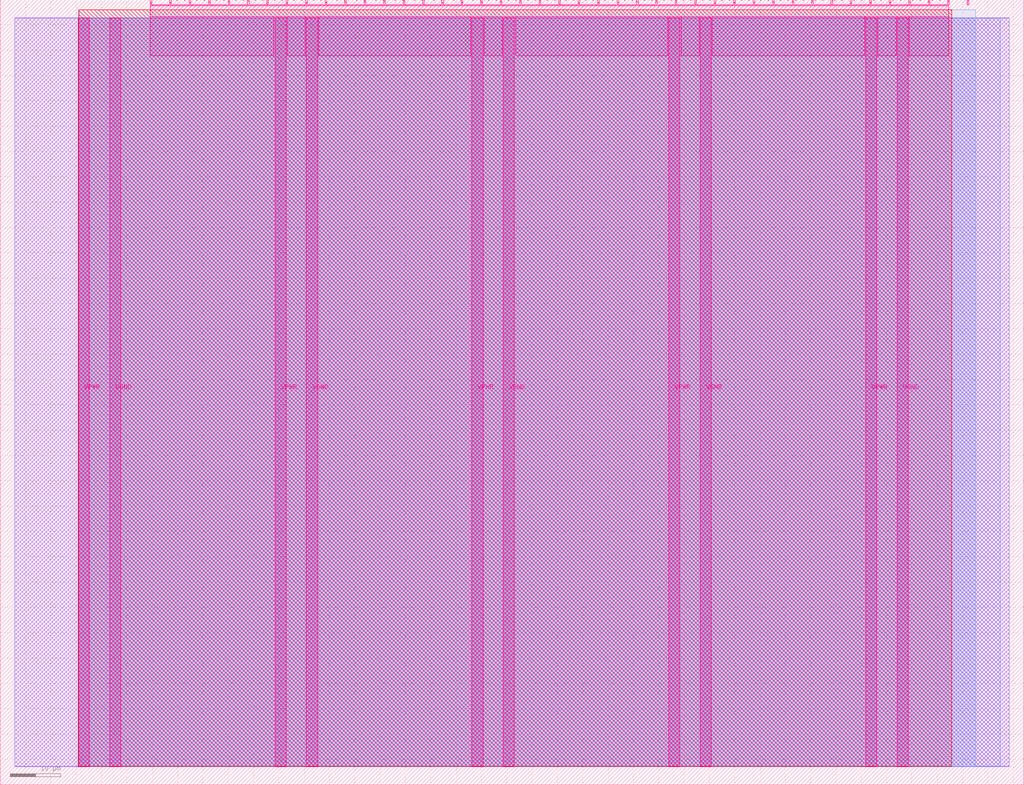
<source format=lef>
VERSION 5.7 ;
  NOWIREEXTENSIONATPIN ON ;
  DIVIDERCHAR "/" ;
  BUSBITCHARS "[]" ;
MACRO tt_um_zedulo_spitest1
  CLASS BLOCK ;
  FOREIGN tt_um_zedulo_spitest1 ;
  ORIGIN 0.000 0.000 ;
  SIZE 202.080 BY 154.980 ;
  PIN VGND
    DIRECTION INOUT ;
    USE GROUND ;
    PORT
      LAYER Metal5 ;
        RECT 21.580 3.560 23.780 151.420 ;
    END
    PORT
      LAYER Metal5 ;
        RECT 60.450 3.560 62.650 151.420 ;
    END
    PORT
      LAYER Metal5 ;
        RECT 99.320 3.560 101.520 151.420 ;
    END
    PORT
      LAYER Metal5 ;
        RECT 138.190 3.560 140.390 151.420 ;
    END
    PORT
      LAYER Metal5 ;
        RECT 177.060 3.560 179.260 151.420 ;
    END
  END VGND
  PIN VPWR
    DIRECTION INOUT ;
    USE POWER ;
    PORT
      LAYER Metal5 ;
        RECT 15.380 3.560 17.580 151.420 ;
    END
    PORT
      LAYER Metal5 ;
        RECT 54.250 3.560 56.450 151.420 ;
    END
    PORT
      LAYER Metal5 ;
        RECT 93.120 3.560 95.320 151.420 ;
    END
    PORT
      LAYER Metal5 ;
        RECT 131.990 3.560 134.190 151.420 ;
    END
    PORT
      LAYER Metal5 ;
        RECT 170.860 3.560 173.060 151.420 ;
    END
  END VPWR
  PIN clk
    DIRECTION INPUT ;
    USE SIGNAL ;
    ANTENNAGATEAREA 6.966700 ;
    PORT
      LAYER Metal5 ;
        RECT 187.050 153.980 187.350 154.980 ;
    END
  END clk
  PIN ena
    DIRECTION INPUT ;
    USE SIGNAL ;
    PORT
      LAYER Metal5 ;
        RECT 190.890 153.980 191.190 154.980 ;
    END
  END ena
  PIN rst_n
    DIRECTION INPUT ;
    USE SIGNAL ;
    ANTENNAGATEAREA 0.426400 ;
    PORT
      LAYER Metal5 ;
        RECT 183.210 153.980 183.510 154.980 ;
    END
  END rst_n
  PIN ui_in[0]
    DIRECTION INPUT ;
    USE SIGNAL ;
    ANTENNAGATEAREA 0.180700 ;
    PORT
      LAYER Metal5 ;
        RECT 179.370 153.980 179.670 154.980 ;
    END
  END ui_in[0]
  PIN ui_in[1]
    DIRECTION INPUT ;
    USE SIGNAL ;
    ANTENNAGATEAREA 0.180700 ;
    PORT
      LAYER Metal5 ;
        RECT 175.530 153.980 175.830 154.980 ;
    END
  END ui_in[1]
  PIN ui_in[2]
    DIRECTION INPUT ;
    USE SIGNAL ;
    ANTENNAGATEAREA 0.180700 ;
    PORT
      LAYER Metal5 ;
        RECT 171.690 153.980 171.990 154.980 ;
    END
  END ui_in[2]
  PIN ui_in[3]
    DIRECTION INPUT ;
    USE SIGNAL ;
    PORT
      LAYER Metal5 ;
        RECT 167.850 153.980 168.150 154.980 ;
    END
  END ui_in[3]
  PIN ui_in[4]
    DIRECTION INPUT ;
    USE SIGNAL ;
    PORT
      LAYER Metal5 ;
        RECT 164.010 153.980 164.310 154.980 ;
    END
  END ui_in[4]
  PIN ui_in[5]
    DIRECTION INPUT ;
    USE SIGNAL ;
    PORT
      LAYER Metal5 ;
        RECT 160.170 153.980 160.470 154.980 ;
    END
  END ui_in[5]
  PIN ui_in[6]
    DIRECTION INPUT ;
    USE SIGNAL ;
    PORT
      LAYER Metal5 ;
        RECT 156.330 153.980 156.630 154.980 ;
    END
  END ui_in[6]
  PIN ui_in[7]
    DIRECTION INPUT ;
    USE SIGNAL ;
    PORT
      LAYER Metal5 ;
        RECT 152.490 153.980 152.790 154.980 ;
    END
  END ui_in[7]
  PIN uio_in[0]
    DIRECTION INPUT ;
    USE SIGNAL ;
    PORT
      LAYER Metal5 ;
        RECT 148.650 153.980 148.950 154.980 ;
    END
  END uio_in[0]
  PIN uio_in[1]
    DIRECTION INPUT ;
    USE SIGNAL ;
    PORT
      LAYER Metal5 ;
        RECT 144.810 153.980 145.110 154.980 ;
    END
  END uio_in[1]
  PIN uio_in[2]
    DIRECTION INPUT ;
    USE SIGNAL ;
    PORT
      LAYER Metal5 ;
        RECT 140.970 153.980 141.270 154.980 ;
    END
  END uio_in[2]
  PIN uio_in[3]
    DIRECTION INPUT ;
    USE SIGNAL ;
    PORT
      LAYER Metal5 ;
        RECT 137.130 153.980 137.430 154.980 ;
    END
  END uio_in[3]
  PIN uio_in[4]
    DIRECTION INPUT ;
    USE SIGNAL ;
    PORT
      LAYER Metal5 ;
        RECT 133.290 153.980 133.590 154.980 ;
    END
  END uio_in[4]
  PIN uio_in[5]
    DIRECTION INPUT ;
    USE SIGNAL ;
    PORT
      LAYER Metal5 ;
        RECT 129.450 153.980 129.750 154.980 ;
    END
  END uio_in[5]
  PIN uio_in[6]
    DIRECTION INPUT ;
    USE SIGNAL ;
    PORT
      LAYER Metal5 ;
        RECT 125.610 153.980 125.910 154.980 ;
    END
  END uio_in[6]
  PIN uio_in[7]
    DIRECTION INPUT ;
    USE SIGNAL ;
    PORT
      LAYER Metal5 ;
        RECT 121.770 153.980 122.070 154.980 ;
    END
  END uio_in[7]
  PIN uio_oe[0]
    DIRECTION OUTPUT ;
    USE SIGNAL ;
    ANTENNADIFFAREA 0.299200 ;
    PORT
      LAYER Metal5 ;
        RECT 56.490 153.980 56.790 154.980 ;
    END
  END uio_oe[0]
  PIN uio_oe[1]
    DIRECTION OUTPUT ;
    USE SIGNAL ;
    ANTENNADIFFAREA 0.299200 ;
    PORT
      LAYER Metal5 ;
        RECT 52.650 153.980 52.950 154.980 ;
    END
  END uio_oe[1]
  PIN uio_oe[2]
    DIRECTION OUTPUT ;
    USE SIGNAL ;
    ANTENNADIFFAREA 0.299200 ;
    PORT
      LAYER Metal5 ;
        RECT 48.810 153.980 49.110 154.980 ;
    END
  END uio_oe[2]
  PIN uio_oe[3]
    DIRECTION OUTPUT ;
    USE SIGNAL ;
    ANTENNADIFFAREA 0.299200 ;
    PORT
      LAYER Metal5 ;
        RECT 44.970 153.980 45.270 154.980 ;
    END
  END uio_oe[3]
  PIN uio_oe[4]
    DIRECTION OUTPUT ;
    USE SIGNAL ;
    ANTENNADIFFAREA 0.299200 ;
    PORT
      LAYER Metal5 ;
        RECT 41.130 153.980 41.430 154.980 ;
    END
  END uio_oe[4]
  PIN uio_oe[5]
    DIRECTION OUTPUT ;
    USE SIGNAL ;
    ANTENNADIFFAREA 0.299200 ;
    PORT
      LAYER Metal5 ;
        RECT 37.290 153.980 37.590 154.980 ;
    END
  END uio_oe[5]
  PIN uio_oe[6]
    DIRECTION OUTPUT ;
    USE SIGNAL ;
    ANTENNADIFFAREA 0.299200 ;
    PORT
      LAYER Metal5 ;
        RECT 33.450 153.980 33.750 154.980 ;
    END
  END uio_oe[6]
  PIN uio_oe[7]
    DIRECTION OUTPUT ;
    USE SIGNAL ;
    ANTENNADIFFAREA 0.299200 ;
    PORT
      LAYER Metal5 ;
        RECT 29.610 153.980 29.910 154.980 ;
    END
  END uio_oe[7]
  PIN uio_out[0]
    DIRECTION OUTPUT ;
    USE SIGNAL ;
    ANTENNADIFFAREA 0.299200 ;
    PORT
      LAYER Metal5 ;
        RECT 87.210 153.980 87.510 154.980 ;
    END
  END uio_out[0]
  PIN uio_out[1]
    DIRECTION OUTPUT ;
    USE SIGNAL ;
    ANTENNADIFFAREA 0.299200 ;
    PORT
      LAYER Metal5 ;
        RECT 83.370 153.980 83.670 154.980 ;
    END
  END uio_out[1]
  PIN uio_out[2]
    DIRECTION OUTPUT ;
    USE SIGNAL ;
    ANTENNADIFFAREA 0.299200 ;
    PORT
      LAYER Metal5 ;
        RECT 79.530 153.980 79.830 154.980 ;
    END
  END uio_out[2]
  PIN uio_out[3]
    DIRECTION OUTPUT ;
    USE SIGNAL ;
    ANTENNADIFFAREA 0.299200 ;
    PORT
      LAYER Metal5 ;
        RECT 75.690 153.980 75.990 154.980 ;
    END
  END uio_out[3]
  PIN uio_out[4]
    DIRECTION OUTPUT ;
    USE SIGNAL ;
    ANTENNADIFFAREA 0.299200 ;
    PORT
      LAYER Metal5 ;
        RECT 71.850 153.980 72.150 154.980 ;
    END
  END uio_out[4]
  PIN uio_out[5]
    DIRECTION OUTPUT ;
    USE SIGNAL ;
    ANTENNADIFFAREA 0.299200 ;
    PORT
      LAYER Metal5 ;
        RECT 68.010 153.980 68.310 154.980 ;
    END
  END uio_out[5]
  PIN uio_out[6]
    DIRECTION OUTPUT ;
    USE SIGNAL ;
    ANTENNADIFFAREA 0.299200 ;
    PORT
      LAYER Metal5 ;
        RECT 64.170 153.980 64.470 154.980 ;
    END
  END uio_out[6]
  PIN uio_out[7]
    DIRECTION OUTPUT ;
    USE SIGNAL ;
    ANTENNADIFFAREA 0.299200 ;
    PORT
      LAYER Metal5 ;
        RECT 60.330 153.980 60.630 154.980 ;
    END
  END uio_out[7]
  PIN uo_out[0]
    DIRECTION OUTPUT ;
    USE SIGNAL ;
    ANTENNADIFFAREA 0.654800 ;
    PORT
      LAYER Metal5 ;
        RECT 117.930 153.980 118.230 154.980 ;
    END
  END uo_out[0]
  PIN uo_out[1]
    DIRECTION OUTPUT ;
    USE SIGNAL ;
    ANTENNADIFFAREA 0.654800 ;
    PORT
      LAYER Metal5 ;
        RECT 114.090 153.980 114.390 154.980 ;
    END
  END uo_out[1]
  PIN uo_out[2]
    DIRECTION OUTPUT ;
    USE SIGNAL ;
    ANTENNADIFFAREA 0.654800 ;
    PORT
      LAYER Metal5 ;
        RECT 110.250 153.980 110.550 154.980 ;
    END
  END uo_out[2]
  PIN uo_out[3]
    DIRECTION OUTPUT ;
    USE SIGNAL ;
    ANTENNADIFFAREA 0.299200 ;
    PORT
      LAYER Metal5 ;
        RECT 106.410 153.980 106.710 154.980 ;
    END
  END uo_out[3]
  PIN uo_out[4]
    DIRECTION OUTPUT ;
    USE SIGNAL ;
    ANTENNADIFFAREA 0.299200 ;
    PORT
      LAYER Metal5 ;
        RECT 102.570 153.980 102.870 154.980 ;
    END
  END uo_out[4]
  PIN uo_out[5]
    DIRECTION OUTPUT ;
    USE SIGNAL ;
    ANTENNADIFFAREA 0.299200 ;
    PORT
      LAYER Metal5 ;
        RECT 98.730 153.980 99.030 154.980 ;
    END
  END uo_out[5]
  PIN uo_out[6]
    DIRECTION OUTPUT ;
    USE SIGNAL ;
    ANTENNADIFFAREA 0.654800 ;
    PORT
      LAYER Metal5 ;
        RECT 94.890 153.980 95.190 154.980 ;
    END
  END uo_out[6]
  PIN uo_out[7]
    DIRECTION OUTPUT ;
    USE SIGNAL ;
    ANTENNADIFFAREA 0.654800 ;
    PORT
      LAYER Metal5 ;
        RECT 91.050 153.980 91.350 154.980 ;
    END
  END uo_out[7]
  OBS
      LAYER GatPoly ;
        RECT 2.880 3.630 199.200 151.350 ;
      LAYER Metal1 ;
        RECT 2.880 3.560 199.200 151.420 ;
      LAYER Metal2 ;
        RECT 15.515 3.680 197.425 151.300 ;
      LAYER Metal3 ;
        RECT 15.560 3.635 192.580 153.025 ;
      LAYER Metal4 ;
        RECT 15.515 3.680 187.825 152.980 ;
      LAYER Metal5 ;
        RECT 30.120 153.770 33.240 153.980 ;
        RECT 33.960 153.770 37.080 153.980 ;
        RECT 37.800 153.770 40.920 153.980 ;
        RECT 41.640 153.770 44.760 153.980 ;
        RECT 45.480 153.770 48.600 153.980 ;
        RECT 49.320 153.770 52.440 153.980 ;
        RECT 53.160 153.770 56.280 153.980 ;
        RECT 57.000 153.770 60.120 153.980 ;
        RECT 60.840 153.770 63.960 153.980 ;
        RECT 64.680 153.770 67.800 153.980 ;
        RECT 68.520 153.770 71.640 153.980 ;
        RECT 72.360 153.770 75.480 153.980 ;
        RECT 76.200 153.770 79.320 153.980 ;
        RECT 80.040 153.770 83.160 153.980 ;
        RECT 83.880 153.770 87.000 153.980 ;
        RECT 87.720 153.770 90.840 153.980 ;
        RECT 91.560 153.770 94.680 153.980 ;
        RECT 95.400 153.770 98.520 153.980 ;
        RECT 99.240 153.770 102.360 153.980 ;
        RECT 103.080 153.770 106.200 153.980 ;
        RECT 106.920 153.770 110.040 153.980 ;
        RECT 110.760 153.770 113.880 153.980 ;
        RECT 114.600 153.770 117.720 153.980 ;
        RECT 118.440 153.770 121.560 153.980 ;
        RECT 122.280 153.770 125.400 153.980 ;
        RECT 126.120 153.770 129.240 153.980 ;
        RECT 129.960 153.770 133.080 153.980 ;
        RECT 133.800 153.770 136.920 153.980 ;
        RECT 137.640 153.770 140.760 153.980 ;
        RECT 141.480 153.770 144.600 153.980 ;
        RECT 145.320 153.770 148.440 153.980 ;
        RECT 149.160 153.770 152.280 153.980 ;
        RECT 153.000 153.770 156.120 153.980 ;
        RECT 156.840 153.770 159.960 153.980 ;
        RECT 160.680 153.770 163.800 153.980 ;
        RECT 164.520 153.770 167.640 153.980 ;
        RECT 168.360 153.770 171.480 153.980 ;
        RECT 172.200 153.770 175.320 153.980 ;
        RECT 176.040 153.770 179.160 153.980 ;
        RECT 179.880 153.770 183.000 153.980 ;
        RECT 183.720 153.770 186.840 153.980 ;
        RECT 29.660 151.630 187.300 153.770 ;
        RECT 29.660 143.915 54.040 151.630 ;
        RECT 56.660 143.915 60.240 151.630 ;
        RECT 62.860 143.915 92.910 151.630 ;
        RECT 95.530 143.915 99.110 151.630 ;
        RECT 101.730 143.915 131.780 151.630 ;
        RECT 134.400 143.915 137.980 151.630 ;
        RECT 140.600 143.915 170.650 151.630 ;
        RECT 173.270 143.915 176.850 151.630 ;
        RECT 179.470 143.915 187.300 151.630 ;
  END
END tt_um_zedulo_spitest1
END LIBRARY


</source>
